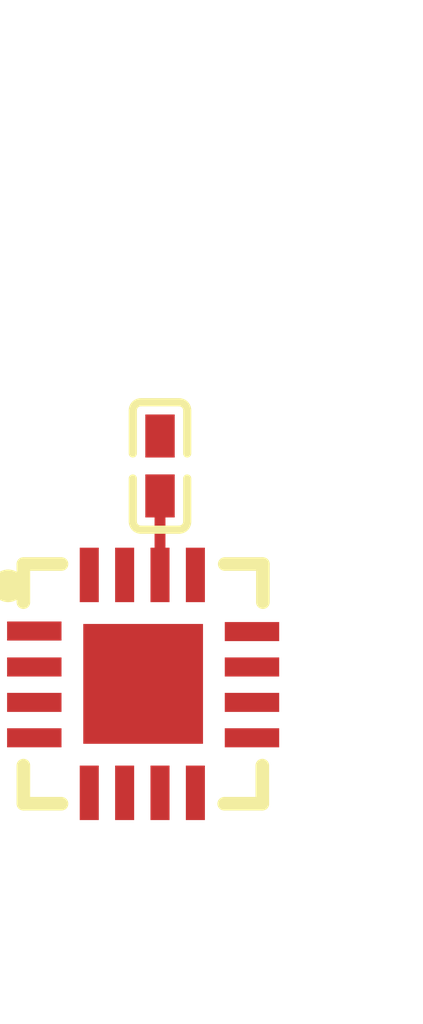
<source format=kicad_pcb>
(kicad_pcb (version 20241229) (generator "pcbnew") (generator_version "9.0")
  (layers (0 "F.Cu" signal) (2 "B.Cu" signal) (13 "F.Paste" user) (15 "B.Paste" user) (5 "F.SilkS" user "F.Silkscreen") (7 "B.SilkS" user "B.Silkscreen") (1 "F.Mask" user) (3 "B.Mask" user) (25 "Edge.Cuts" user))
  (net 0 "")
  (net 1 "IO3")
  (net 2 "GND")
  (net 3 "IO4")
  (net 4 "IO1")
  (net 5 "IO6")
  (net 6 "IO7")
  (net 7 "SCL")
  (net 8 "gnd")
  (net 9 "IO5")
  (net 10 "A0")
  (net 11 "A2")
  (net 12 "IO0")
  (net 13 "SDA")
  (net 14 "IO2")
  (net 15 "VDD")
  (net 16 "A1")
  (net 17 "nINT")
  (footprint "NXP_Semicon_PCA9554BS_118:HVQFN-16_L4.0-W4.0-P0.65-TL-EP2.2" (layer "F.Cu") (at 0 -10 0)
    (property "Reference" "U1" (hide yes))
    (property "Value" "")
    (fp_line (start -2.2 -2.2) (end -1.5 -2.2) (stroke (width 0.25)) (layer "F.SilkS"))
    (fp_line (start -2.2 -1.5) (end -2.2 -2.2) (stroke (width 0.25)) (layer "F.SilkS"))
    (fp_line (start -2.2 1.5) (end -2.2 2.2) (stroke (width 0.25)) (layer "F.SilkS"))
    (fp_line (start -2.2 2.2) (end -1.5 2.2) (stroke (width 0.25)) (layer "F.SilkS"))
    (fp_line (start 1.49 2.2) (end 2.19 2.2) (stroke (width 0.25)) (layer "F.SilkS"))
    (fp_line (start 2.19 2.2) (end 2.19 1.5) (stroke (width 0.25)) (layer "F.SilkS"))
    (fp_line (start 2.2 -2.2) (end 1.5 -2.2) (stroke (width 0.25)) (layer "F.SilkS"))
    (fp_line (start 2.2 -1.5) (end 2.2 -2.2) (stroke (width 0.25)) (layer "F.SilkS"))
    (fp_arc (start -2.48 -1.8) (mid -2.48 -1.8) (end -2.48 -1.8) (stroke (width 0.3)) (layer "F.SilkS"))
    (pad "1" smd rect (at -2 -0.97 270) (size 0.35 1) (layers "F.Cu" "F.Mask" "F.Paste") (net 11 "A2"))
    (pad "2" smd rect (at -2 -0.31 270) (size 0.35 1) (layers "F.Cu" "F.Mask" "F.Paste") (net 12 "IO0"))
    (pad "3" smd rect (at -2 0.34 270) (size 0.35 1) (layers "F.Cu" "F.Mask" "F.Paste") (net 4 "IO1"))
    (pad "4" smd rect (at -2 0.99 270) (size 0.35 1) (layers "F.Cu" "F.Mask" "F.Paste") (net 14 "IO2"))
    (pad "5" smd rect (at -0.99 2 0) (size 0.35 1) (layers "F.Cu" "F.Mask" "F.Paste") (net 1 "IO3"))
    (pad "6" smd rect (at -0.34 2 0) (size 0.35 1) (layers "F.Cu" "F.Mask" "F.Paste") (net 8 "gnd"))
    (pad "7" smd rect (at 0.31 2 0) (size 0.35 1) (layers "F.Cu" "F.Mask" "F.Paste") (net 3 "IO4"))
    (pad "8" smd rect (at 0.96 2 0) (size 0.35 1) (layers "F.Cu" "F.Mask" "F.Paste") (net 9 "IO5"))
    (pad "9" smd rect (at 2 0.99 270) (size 0.35 1) (layers "F.Cu" "F.Mask" "F.Paste") (net 5 "IO6"))
    (pad "10" smd rect (at 2 0.34 270) (size 0.35 1) (layers "F.Cu" "F.Mask" "F.Paste") (net 6 "IO7"))
    (pad "11" smd rect (at 2 -0.31 270) (size 0.35 1) (layers "F.Cu" "F.Mask" "F.Paste") (net 17 "nINT"))
    (pad "12" smd rect (at 2 -0.96 270) (size 0.35 1) (layers "F.Cu" "F.Mask" "F.Paste") (net 7 "SCL"))
    (pad "13" smd rect (at 0.96 -2 0) (size 0.35 1) (layers "F.Cu" "F.Mask" "F.Paste") (net 13 "SDA"))
    (pad "14" smd rect (at 0.31 -2 0) (size 0.35 1) (layers "F.Cu" "F.Mask" "F.Paste") (net 15 "VDD"))
    (pad "15" smd rect (at -0.34 -2 0) (size 0.35 1) (layers "F.Cu" "F.Mask" "F.Paste") (net 10 "A0"))
    (pad "16" smd rect (at -0.99 -2 0) (size 0.35 1) (layers "F.Cu" "F.Mask" "F.Paste") (net 16 "A1"))
    (pad "17" smd rect (at 0 0 0) (size 2.2 2.2) (layers "F.Cu" "F.Mask" "F.Paste") (net 2 "GND"))
  )
  (footprint "Samsung_Electro_Mechanics_CL05B104KO5NNNC:C0402" (layer "F.Cu") (at 0.31 -14 90)
    (property "Reference" "C1" (hide yes))
    (property "Value" "100nF ±10% 16V X7R")
    (fp_line (start 1.02 -0.5) (end 0.23 -0.5) (stroke (width 0.15)) (layer "F.SilkS"))
    (fp_line (start -1.02 -0.5) (end -0.23 -0.5) (stroke (width 0.15)) (layer "F.SilkS"))
    (fp_line (start 1.17 0.35) (end 1.17 -0.35) (stroke (width 0.15)) (layer "F.SilkS"))
    (fp_line (start -1.17 0.35) (end -1.17 -0.35) (stroke (width 0.15)) (layer "F.SilkS"))
    (fp_line (start 0.23 0.5) (end 1.02 0.5) (stroke (width 0.15)) (layer "F.SilkS"))
    (fp_line (start -0.23 0.5) (end -1.02 0.5) (stroke (width 0.15)) (layer "F.SilkS"))
    (fp_arc (start 1.02 -0.5) (mid 1.126066 -0.456066) (end 1.17 -0.35) (stroke (width 0.15)) (layer "F.SilkS"))
    (fp_arc (start -1.17 -0.35) (mid -1.126066 -0.456066) (end -1.02 -0.5) (stroke (width 0.15)) (layer "F.SilkS"))
    (fp_arc (start 1.17 0.35) (mid 1.126066 0.456066) (end 1.02 0.5) (stroke (width 0.15)) (layer "F.SilkS"))
    (fp_arc (start -1.02 0.5) (mid -1.126066 0.456066) (end -1.17 0.35) (stroke (width 0.15)) (layer "F.SilkS"))
    (pad "1" smd rect (at -0.55 0 90) (size 0.79 0.54) (layers "F.Cu" "F.Mask" "F.Paste") (net 15 "VDD"))
    (pad "2" smd rect (at 0.55 0 90) (size 0.79 0.54) (layers "F.Cu" "F.Mask" "F.Paste") (net 8 "gnd"))
  )
  (segment (start 0.31 -13.45) (end 0.31 -12) (width 0.2) (net 15) (layer "F.Cu"))
)
</source>
